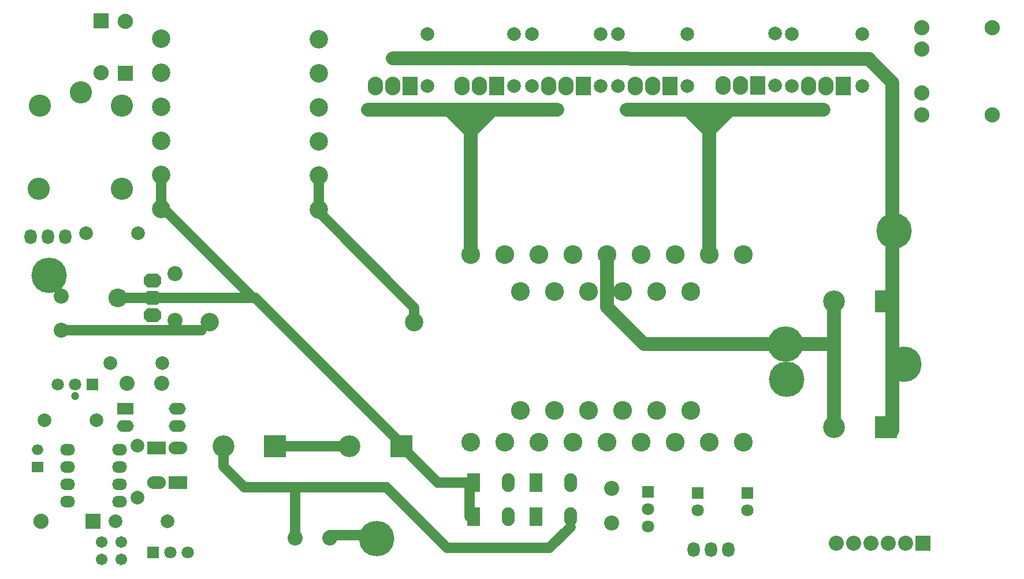
<source format=gbs>
%FSLAX24Y24*%
%MOIN*%
G70*
G01*
G75*
G04 Layer_Color=16711935*
%ADD10C,0.0394*%
%ADD11C,0.0591*%
%ADD12C,0.0787*%
%ADD13C,0.1969*%
%ADD14C,0.1575*%
%ADD15C,0.1181*%
%ADD16C,0.0984*%
%ADD17C,0.0984*%
%ADD18C,0.1000*%
%ADD19C,0.0591*%
%ADD20C,0.0787*%
%ADD21C,0.1969*%
%ADD22C,0.0800*%
%ADD23C,0.0709*%
%ADD24C,0.0630*%
%ADD25R,0.0630X0.0630*%
%ADD26O,0.0630X0.0787*%
%ADD27C,0.1200*%
%ADD28O,0.0800X0.1000*%
%ADD29R,0.0800X0.1000*%
%ADD30R,0.0787X0.0787*%
%ADD31O,0.0650X0.1000*%
%ADD32R,0.0650X0.1000*%
%ADD33R,0.0800X0.0800*%
%ADD34C,0.1181*%
%ADD35R,0.1181X0.1181*%
%ADD36O,0.0900X0.0600*%
%ADD37R,0.0900X0.0600*%
%ADD38O,0.0787X0.0591*%
%ADD39R,0.0630X0.0630*%
%ADD40R,0.1000X0.0650*%
%ADD41O,0.1000X0.0650*%
%ADD42R,0.0800X0.0800*%
%ADD43O,0.0591X0.0512*%
%ADD44R,0.0591X0.0512*%
G04:AMPARAMS|DCode=45|XSize=70mil|YSize=90mil|CornerRadius=0mil|HoleSize=0mil|Usage=FLASHONLY|Rotation=90.000|XOffset=0mil|YOffset=0mil|HoleType=Round|Shape=Octagon|*
%AMOCTAGOND45*
4,1,8,-0.0450,-0.0175,-0.0450,0.0175,-0.0275,0.0350,0.0275,0.0350,0.0450,0.0175,0.0450,-0.0175,0.0275,-0.0350,-0.0275,-0.0350,-0.0450,-0.0175,0.0*
%
%ADD45OCTAGOND45*%

%ADD46C,0.0394*%
%ADD47C,0.0100*%
%ADD48C,0.0070*%
%ADD49C,0.0150*%
%ADD50C,0.0120*%
%ADD51C,0.0039*%
%ADD52C,0.0079*%
%ADD53C,0.0250*%
%ADD54C,0.0080*%
%ADD55R,0.3990X0.0360*%
%ADD56R,0.0150X0.0550*%
%ADD57R,0.1260X0.0200*%
%ADD58R,0.0550X0.0150*%
%ADD59R,0.0200X0.1260*%
%ADD60C,0.1064*%
%ADD61C,0.1080*%
%ADD62C,0.0671*%
%ADD63C,0.0867*%
%ADD64C,0.2049*%
%ADD65C,0.0880*%
%ADD66C,0.0789*%
%ADD67C,0.0710*%
%ADD68R,0.0710X0.0710*%
%ADD69O,0.0710X0.0867*%
%ADD70C,0.1280*%
%ADD71O,0.0880X0.1080*%
%ADD72R,0.0880X0.1080*%
%ADD73R,0.0867X0.0867*%
%ADD74O,0.0730X0.1080*%
%ADD75R,0.0730X0.1080*%
%ADD76R,0.0880X0.0880*%
%ADD77C,0.1261*%
%ADD78R,0.1261X0.1261*%
%ADD79O,0.0980X0.0680*%
%ADD80R,0.0980X0.0680*%
%ADD81O,0.0867X0.0671*%
%ADD82R,0.0710X0.0710*%
%ADD83R,0.1080X0.0730*%
%ADD84O,0.1080X0.0730*%
%ADD85R,0.0880X0.0880*%
%ADD86O,0.0671X0.0592*%
%ADD87R,0.0671X0.0592*%
G04:AMPARAMS|DCode=88|XSize=78mil|YSize=98mil|CornerRadius=0mil|HoleSize=0mil|Usage=FLASHONLY|Rotation=90.000|XOffset=0mil|YOffset=0mil|HoleType=Round|Shape=Octagon|*
%AMOCTAGOND88*
4,1,8,-0.0490,-0.0195,-0.0490,0.0195,-0.0295,0.0390,0.0295,0.0390,0.0490,0.0195,0.0490,-0.0195,0.0295,-0.0390,-0.0295,-0.0390,-0.0490,-0.0195,0.0*
%
%ADD88OCTAGOND88*%

%ADD89C,0.0474*%
D11*
X322941Y25965D02*
X330760Y25980D01*
X325461Y31280D02*
X330760Y25980D01*
X325461Y31280D02*
Y32933D01*
X341425Y15315D02*
X343081D01*
X339319Y17421D02*
Y17539D01*
X343238Y13344D02*
Y15312D01*
X325461Y31280D02*
Y32933D01*
X341425Y15315D02*
X343081D01*
X339319Y17421D02*
X341425Y15315D01*
X330878Y25980D02*
X339319Y17539D01*
Y17421D02*
Y17539D01*
X343238Y13344D02*
Y15312D01*
X334550Y30943D02*
Y32912D01*
Y30943D02*
X340067Y25426D01*
Y24587D02*
Y25426D01*
X319674Y24114D02*
X324931D01*
X324941D02*
X327784D01*
X332036Y17421D02*
X336327D01*
X347845Y11533D02*
X349073Y12761D01*
X341939Y11533D02*
X347845D01*
X338438Y15033D02*
X341939Y11533D01*
X329044Y16232D02*
X330243Y15033D01*
X329044Y16232D02*
Y17421D01*
X333081Y15033D02*
X333178Y14936D01*
X333081Y15033D02*
X338438D01*
X333178Y12264D02*
Y14390D01*
Y14936D01*
X330243Y15033D02*
X333081D01*
X335185Y12264D02*
X337469D01*
D12*
X338823Y39803D02*
X366306Y39765D01*
X366306Y39757D02*
Y39765D01*
X366299Y39764D02*
X367631Y38432D01*
X367638Y18307D02*
Y38425D01*
X352323Y36850D02*
X363701D01*
X357087Y28425D02*
Y32795D01*
Y36850D01*
Y35709D02*
X357165D01*
X357047Y35669D02*
X357087D01*
X355866Y36850D02*
X357047Y35669D01*
X357165Y35709D02*
X358228Y36772D01*
X343307Y35472D02*
Y35591D01*
Y35551D02*
Y35591D01*
X342047Y36850D02*
X343307Y35591D01*
Y35591D02*
X344567Y36850D01*
X343307Y28425D02*
Y36850D01*
X337402Y36850D02*
X348307D01*
X351181Y25433D02*
Y28425D01*
Y25433D02*
X353307Y23307D01*
X364173D01*
X364280Y18524D02*
Y25768D01*
D60*
X325461Y31102D02*
D03*
Y33071D02*
D03*
Y37008D02*
D03*
Y35039D02*
D03*
Y38976D02*
D03*
Y40945D02*
D03*
X334550Y40924D02*
D03*
Y38955D02*
D03*
Y35018D02*
D03*
Y36987D02*
D03*
Y33050D02*
D03*
Y31081D02*
D03*
X340067Y24587D02*
D03*
X328256D02*
D03*
D61*
X359055Y17657D02*
D03*
X343307D02*
D03*
X345276D02*
D03*
X347244D02*
D03*
X349213D02*
D03*
X357087D02*
D03*
X355118D02*
D03*
X353150D02*
D03*
X351181D02*
D03*
X359055Y28484D02*
D03*
X351181D02*
D03*
X353150D02*
D03*
X355118D02*
D03*
X357087D02*
D03*
X349213D02*
D03*
X347244D02*
D03*
X345276D02*
D03*
X343307D02*
D03*
X354055Y26358D02*
D03*
X356024D02*
D03*
X352087D02*
D03*
X350118D02*
D03*
X348150D02*
D03*
X346181D02*
D03*
Y19469D02*
D03*
X348150D02*
D03*
X350118D02*
D03*
X352087D02*
D03*
X356024D02*
D03*
X354055D02*
D03*
X322941Y25965D02*
D03*
D62*
X322008Y10878D02*
D03*
Y11878D02*
D03*
X323150Y10878D02*
D03*
Y11878D02*
D03*
D63*
X326248Y24665D02*
D03*
Y27382D02*
D03*
X333188Y12120D02*
D03*
X335196D02*
D03*
X364435Y11811D02*
D03*
X365435D02*
D03*
X366435D02*
D03*
X368435D02*
D03*
X367435D02*
D03*
X319674Y26083D02*
D03*
Y24114D02*
D03*
X351445Y12980D02*
D03*
Y14980D02*
D03*
X325493Y21043D02*
D03*
X323493D02*
D03*
D64*
X361485Y23327D02*
D03*
X337874Y12087D02*
D03*
X368335Y22146D02*
D03*
X367744Y29862D02*
D03*
X318976Y27283D02*
D03*
X361563Y21280D02*
D03*
D65*
X369359Y36555D02*
D03*
Y37815D02*
D03*
Y41594D02*
D03*
Y40335D02*
D03*
X373414Y41594D02*
D03*
Y36555D02*
D03*
X323374Y41961D02*
D03*
X321996Y38965D02*
D03*
X318531Y13071D02*
D03*
D66*
X365933Y38209D02*
D03*
Y41209D02*
D03*
X360902Y38248D02*
D03*
Y41248D02*
D03*
X355823Y38209D02*
D03*
Y41209D02*
D03*
X350807Y38209D02*
D03*
Y41209D02*
D03*
X345823Y38209D02*
D03*
Y41209D02*
D03*
X340807Y38209D02*
D03*
Y41209D02*
D03*
X321117Y29703D02*
D03*
X324117D02*
D03*
X361839Y41209D02*
D03*
Y38209D02*
D03*
X346839Y41209D02*
D03*
Y38209D02*
D03*
X322508Y22224D02*
D03*
X325508D02*
D03*
X324083Y17461D02*
D03*
Y14461D02*
D03*
X321717Y18903D02*
D03*
X318717D02*
D03*
X322835Y13071D02*
D03*
X325835D02*
D03*
X351820Y41209D02*
D03*
Y38209D02*
D03*
D67*
X359280Y13705D02*
D03*
X356422Y13725D02*
D03*
X353571Y13783D02*
D03*
Y12783D02*
D03*
X326989Y11280D02*
D03*
X325989D02*
D03*
X319485Y20965D02*
D03*
X320485D02*
D03*
D68*
X359280Y14705D02*
D03*
X356422Y14725D02*
D03*
X353571Y14783D02*
D03*
D69*
X356193Y11437D02*
D03*
X357193D02*
D03*
X358193D02*
D03*
X317917Y29503D02*
D03*
X318917D02*
D03*
X319917D02*
D03*
D70*
X318453Y37067D02*
D03*
X323178D02*
D03*
X318378Y32264D02*
D03*
X323178D02*
D03*
X320815Y37854D02*
D03*
D71*
X337823Y38209D02*
D03*
X338823D02*
D03*
X342823D02*
D03*
X343823D02*
D03*
X347823D02*
D03*
X348823D02*
D03*
X352823D02*
D03*
X353823D02*
D03*
X357902Y38248D02*
D03*
X358902D02*
D03*
X362823Y38209D02*
D03*
X363823D02*
D03*
D72*
X339823D02*
D03*
X344823D02*
D03*
X349823D02*
D03*
X354823D02*
D03*
X359902Y38248D02*
D03*
X364823Y38209D02*
D03*
D73*
X369435Y11811D02*
D03*
D74*
X349073Y15315D02*
D03*
Y13347D02*
D03*
X345498Y13347D02*
D03*
Y15315D02*
D03*
D75*
X347073D02*
D03*
Y13347D02*
D03*
X343498Y13347D02*
D03*
Y15315D02*
D03*
D76*
X323374Y38961D02*
D03*
X321996Y41965D02*
D03*
D77*
X364280Y25768D02*
D03*
Y18524D02*
D03*
X336327Y17421D02*
D03*
X329044D02*
D03*
D78*
X367272Y25768D02*
D03*
Y18524D02*
D03*
X339319Y17421D02*
D03*
X332036D02*
D03*
D79*
X326400Y19587D02*
D03*
Y18587D02*
D03*
X323400D02*
D03*
D80*
Y19587D02*
D03*
D81*
X320063Y17228D02*
D03*
Y16228D02*
D03*
Y15228D02*
D03*
Y14228D02*
D03*
X323063D02*
D03*
Y15228D02*
D03*
Y16228D02*
D03*
Y17228D02*
D03*
D82*
X324989Y11280D02*
D03*
X321485Y20965D02*
D03*
D83*
X325177Y17314D02*
D03*
X326406Y15319D02*
D03*
D84*
X325177Y15314D02*
D03*
X326406Y17319D02*
D03*
D85*
X321531Y13071D02*
D03*
D86*
X318317Y17203D02*
D03*
D87*
Y16203D02*
D03*
D88*
X324941Y26965D02*
D03*
Y25965D02*
D03*
Y24965D02*
D03*
D89*
X320485Y20319D02*
D03*
M02*

</source>
